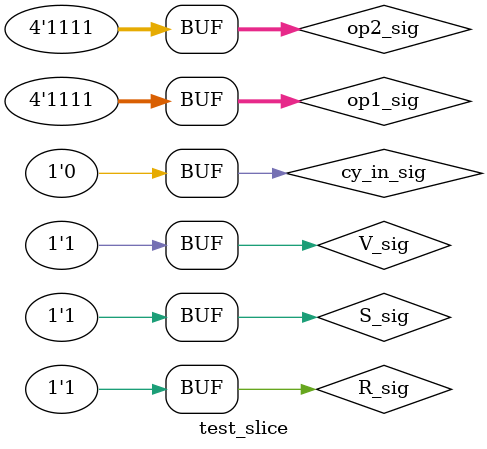
<source format=sv>

`timescale 100 ns/ 100 ns

module test_slice;

// ----------------- INPUT -----------------
reg [3:0] op1_sig;          // Operand 1
reg [3:0] op2_sig;          // Operand 2
reg cy_in_sig;              // Carry in (to slice D)
reg R_sig;                  // Operation control "R"
reg S_sig;                  // Operation control "S"
reg V_sig;                  // Operation control "V"

// ----------------- OUTPUT -----------------
wire cy_out_sig;            // Carry out (from slice A)
wire [3:0] result_sig;      // Result bits

// ----------------- CONNECTIONS -----------------
wire cy_out_D_sig;          // Carry out from slice D into slice C
wire cy_out_C_sig;          // Carry out from slice C into slice B
wire cy_out_B_sig;          // Carry out from slice B into slice A

initial begin
    op1_sig = '0;
    op2_sig = '0;
    cy_in_sig = 0;
    R_sig = 0;
    S_sig = 0;
    V_sig = 0;

    //------------------------------------------------------------
    // Test ADD/ADC:    R=0  S=0  V=0    Cin for ADC operation
    R_sig = 0;
    S_sig = 0;
    V_sig = 0;
        op1_sig = 4'h0;     // 0 + 0 + 0 = 0
        op2_sig = 4'h0;
        cy_in_sig = 0;
    #1  cy_in_sig = 1;      // 0 + 0 + 1 = 1
    #1  op1_sig = 4'h2;     // 2 + 8 + 0 = A
        op2_sig = 4'h8;
        cy_in_sig = 0;
    #1  cy_in_sig = 1;      // 2 + 8 + 1 = B
    #1  op1_sig = 4'hB;     // B + 4 + 0 = F
        op2_sig = 4'h4;
        cy_in_sig = 0;
    #1  cy_in_sig = 1;      // B + 4 + 1 = 0 + CY
    #1  op1_sig = 4'hD;     // D + 6 + 0 = 3 + CY
        op2_sig = 4'h6;
        cy_in_sig = 0;
    #1  cy_in_sig = 1;      // D + 6 + 1 = 4 + CY

    //------------------------------------------------------------
    // Test XOR:        R=1  S=0  V=0  Cin=0
    #1
    R_sig = 1;
    S_sig = 0;
    V_sig = 0;
    cy_in_sig = 0;
        op1_sig = 4'h0;     // 0 ^ 0 = 0
        op2_sig = 4'h0;
    #1  op1_sig = 4'h3;     // 3 ^ C = F
        op2_sig = 4'hC;
    #1  op1_sig = 4'h6;     // 6 ^ 3 = 5
        op2_sig = 4'h3;
    #1  op1_sig = 4'hF;     // F ^ F = 0
        op2_sig = 4'hF;

    //------------------------------------------------------------
    // Test AND:        R=0  S=1  V=0  Cin=1
    #1
    R_sig = 0;
    S_sig = 1;
    V_sig = 0;
    cy_in_sig = 1;
        op1_sig = 4'h0;     // 0 & 0 = 0
        op2_sig = 4'h0;
    #1  op1_sig = 4'h3;     // 3 & C = 0
        op2_sig = 4'hC;
    #1  op1_sig = 4'h6;     // 6 & 3 = 2
        op2_sig = 4'h3;
    #1  op1_sig = 4'hF;     // F & F = F
        op2_sig = 4'hF;

    //------------------------------------------------------------
    // Test OR:         R=1  S=1  V=1  Cin=0
    #1
    R_sig = 1;
    S_sig = 1;
    V_sig = 1;
    cy_in_sig = 0;
        op1_sig = 4'h0;     // 0 | 0 = 0
        op2_sig = 4'h0;
    #1  op1_sig = 4'h3;     // 3 | C = F
        op2_sig = 4'hC;
    #1  op1_sig = 4'h6;     // 6 | 3 = 7
        op2_sig = 4'h3;
    #1  op1_sig = 4'hF;     // F | F = F
        op2_sig = 4'hF;

    #1 $display("End of test");
end

//--------------------------------------------------------------
// Instantiate 4 ALU slice units, daisy-chained; MSB is slice A
//
//            slice_A slice_B slice_C slice_D
//  cy_out <=   [3]     [2]     [1]     [0]  <= cy_in
//--------------------------------------------------------------
alu_slice slice_A
(
	.op1(op1_sig[3]) ,	// input  op1_sig
	.op2(op2_sig[3]) ,	// input  op2_sig
	.cy_in(cy_out_B_sig) ,	// input  cy_in_sig
	.R(R_sig) ,	// input  R_sig
	.S(S_sig) ,	// input  S_sig
	.V(V_sig) ,	// input  V_sig
	.cy_out(cy_out_sig) ,	// output  cy_out_sig
	.result(result_sig[3]) 	// output  result_sig
);

alu_slice slice_B
(
	.op1(op1_sig[2]) ,	// input  op1_sig
	.op2(op2_sig[2]) ,	// input  op2_sig
	.cy_in(cy_out_C_sig) ,	// input  cy_in_sig
	.R(R_sig) ,	// input  R_sig
	.S(S_sig) ,	// input  S_sig
	.V(V_sig) ,	// input  V_sig
	.cy_out(cy_out_B_sig) ,	// output  cy_out_sig
	.result(result_sig[2]) 	// output  result_sig
);

alu_slice slice_C
(
	.op1(op1_sig[1]) ,	// input  op1_sig
	.op2(op2_sig[1]) ,	// input  op2_sig
	.cy_in(cy_out_D_sig) ,	// input  cy_in_sig
	.R(R_sig) ,	// input  R_sig
	.S(S_sig) ,	// input  S_sig
	.V(V_sig) ,	// input  V_sig
	.cy_out(cy_out_C_sig) ,	// output  cy_out_sig
	.result(result_sig[1]) 	// output  result_sig
);

alu_slice slice_D
(
	.op1(op1_sig[0]) ,	// input  op1_sig
	.op2(op2_sig[0]) ,	// input  op2_sig
	.cy_in(cy_in_sig) ,	// input  cy_in_sig
	.R(R_sig) ,	// input  R_sig
	.S(S_sig) ,	// input  S_sig
	.V(V_sig) ,	// input  V_sig
	.cy_out(cy_out_D_sig) ,	// output  cy_out_sig
	.result(result_sig[0]) 	// output  result_sig
);

endmodule

</source>
